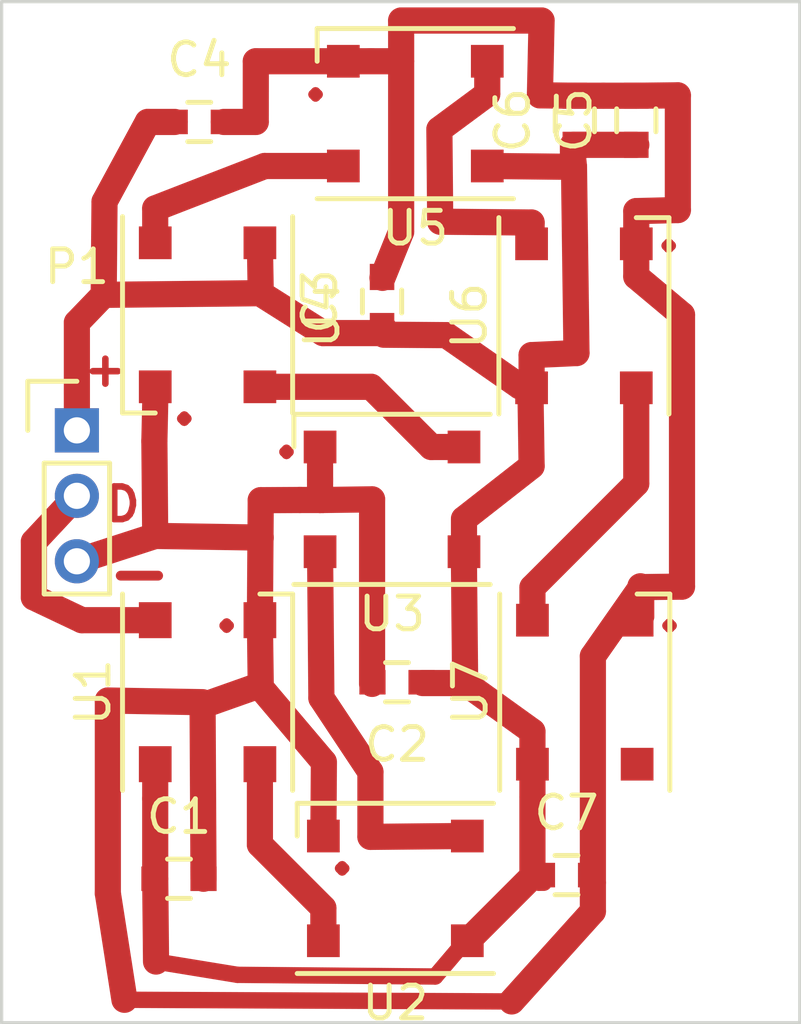
<source format=kicad_pcb>
(kicad_pcb (version 4) (host pcbnew 4.0.4-stable)

  (general
    (links 35)
    (no_connects 0)
    (area 106.998019 92.075856 149.85 131.200001)
    (thickness 1.6)
    (drawings 24)
    (tracks 130)
    (zones 0)
    (modules 15)
    (nets 10)
  )

  (page USLetter)
  (layers
    (0 F.Cu signal)
    (31 B.Cu signal)
    (32 B.Adhes user hide)
    (33 F.Adhes user hide)
    (34 B.Paste user hide)
    (35 F.Paste user hide)
    (36 B.SilkS user hide)
    (37 F.SilkS user hide)
    (38 B.Mask user)
    (39 F.Mask user hide)
    (40 Dwgs.User user hide)
    (41 Cmts.User user hide)
    (42 Eco1.User user hide)
    (43 Eco2.User user hide)
    (44 Edge.Cuts user)
    (45 Margin user hide)
    (46 B.CrtYd user hide)
    (47 F.CrtYd user hide)
    (48 B.Fab user hide)
    (49 F.Fab user hide)
  )

  (setup
    (last_trace_width 0.8)
    (user_trace_width 0.4)
    (user_trace_width 0.5)
    (user_trace_width 0.6)
    (user_trace_width 0.8)
    (trace_clearance 0.2)
    (zone_clearance 0.508)
    (zone_45_only no)
    (trace_min 0.1)
    (segment_width 0.2)
    (edge_width 0.1)
    (via_size 0.6)
    (via_drill 0.4)
    (via_min_size 0.4)
    (via_min_drill 0.3)
    (uvia_size 0.3)
    (uvia_drill 0.1)
    (uvias_allowed no)
    (uvia_min_size 0.2)
    (uvia_min_drill 0.1)
    (pcb_text_width 0.3)
    (pcb_text_size 1.5 1.5)
    (mod_edge_width 0.15)
    (mod_text_size 1 1)
    (mod_text_width 0.15)
    (pad_size 1.524 1.524)
    (pad_drill 0.762)
    (pad_to_mask_clearance 0.2)
    (aux_axis_origin 117.1448 96.52)
    (visible_elements FFFFFF1F)
    (pcbplotparams
      (layerselection 0x00030_80000001)
      (usegerberextensions false)
      (excludeedgelayer true)
      (linewidth 0.100000)
      (plotframeref false)
      (viasonmask false)
      (mode 1)
      (useauxorigin false)
      (hpglpennumber 1)
      (hpglpenspeed 20)
      (hpglpendiameter 15)
      (hpglpenoverlay 2)
      (psnegative false)
      (psa4output false)
      (plotreference true)
      (plotvalue true)
      (plotinvisibletext false)
      (padsonsilk false)
      (subtractmaskfromsilk false)
      (outputformat 1)
      (mirror false)
      (drillshape 1)
      (scaleselection 1)
      (outputdirectory ""))
  )

  (net 0 "")
  (net 1 +5V)
  (net 2 GND)
  (net 3 "Net-(P1-Pad2)")
  (net 4 "Net-(U1-Pad2)")
  (net 5 "Net-(U2-Pad2)")
  (net 6 "Net-(U3-Pad2)")
  (net 7 "Net-(U4-Pad2)")
  (net 8 "Net-(U5-Pad4)")
  (net 9 "Net-(U6-Pad4)")

  (net_class Default "This is the default net class."
    (clearance 0.2)
    (trace_width 0.5)
    (via_dia 0.6)
    (via_drill 0.4)
    (uvia_dia 0.3)
    (uvia_drill 0.1)
    (add_net "Net-(P1-Pad2)")
    (add_net "Net-(U1-Pad2)")
    (add_net "Net-(U2-Pad2)")
    (add_net "Net-(U3-Pad2)")
    (add_net "Net-(U4-Pad2)")
    (add_net "Net-(U5-Pad4)")
    (add_net "Net-(U6-Pad4)")
  )

  (net_class edge ""
    (clearance 0.01)
    (trace_width 0.1)
    (via_dia 0.6)
    (via_drill 0.4)
    (uvia_dia 0.3)
    (uvia_drill 0.1)
  )

  (net_class power ""
    (clearance 0.2)
    (trace_width 0.5)
    (via_dia 0.6)
    (via_drill 0.4)
    (uvia_dia 0.3)
    (uvia_drill 0.1)
    (add_net +5V)
    (add_net GND)
  )

  (module LED_WS2812B-PLCC4-MINI (layer F.Cu) (tedit 585C37E2) (tstamp 585B9641)
    (at 123.495 117.5 90)
    (descr http://www.world-semi.com/uploads/soft/150522/1-150522091P5.pdf)
    (tags "LED NeoPixel2")
    (path /585B6ECB)
    (attr smd)
    (fp_text reference U1 (at 0 -3.5 90) (layer F.SilkS)
      (effects (font (size 1 1) (thickness 0.15)))
    )
    (fp_text value WS2812B (at 0 4 90) (layer F.Fab)
      (effects (font (size 1 1) (thickness 0.15)))
    )
    (fp_line (start 2.85 -2.85) (end -3 -2.85) (layer F.CrtYd) (width 0.05))
    (fp_line (start 2.85 2.85) (end 2.85 -2.85) (layer F.CrtYd) (width 0.05))
    (fp_line (start -3 2.85) (end 2.85 2.85) (layer F.CrtYd) (width 0.05))
    (fp_line (start -2.85 -2.85) (end -2.85 2.85) (layer F.CrtYd) (width 0.05))
    (fp_line (start 2.5 1.5) (end 1.5 2.5) (layer Dwgs.User) (width 0.1))
    (fp_line (start -2.5 -2.5) (end -2.5 2.5) (layer Dwgs.User) (width 0.1))
    (fp_line (start -2.5 2.5) (end 2.5 2.5) (layer Dwgs.User) (width 0.1))
    (fp_line (start 2.5 2.5) (end 2.5 -2.5) (layer Dwgs.User) (width 0.1))
    (fp_line (start 2.5 -2.5) (end -2.5 -2.5) (layer Dwgs.User) (width 0.1))
    (fp_line (start -3 -2.6) (end 3 -2.6) (layer F.SilkS) (width 0.15))
    (fp_line (start -3 2.6) (end 3 2.6) (layer F.SilkS) (width 0.15))
    (fp_line (start 3 2.6) (end 3 1.6) (layer F.SilkS) (width 0.15))
    (fp_circle (center 0 0) (end 0 -2) (layer Dwgs.User) (width 0.1))
    (pad 3 smd rect (at 2.2 1.6 90) (size 1.1 1) (layers F.Cu F.Paste F.Mask)
      (net 2 GND))
    (pad 4 smd rect (at 2.2 -1.6 90) (size 1.1 1) (layers F.Cu F.Paste F.Mask)
      (net 3 "Net-(P1-Pad2)"))
    (pad 2 smd rect (at -2.2 1.6 90) (size 1.1 1) (layers F.Cu F.Paste F.Mask)
      (net 4 "Net-(U1-Pad2)"))
    (pad 1 smd rect (at -2.2 -1.6 90) (size 1.1 1) (layers F.Cu F.Paste F.Mask)
      (net 1 +5V))
    (model LEDs.3dshapes/LED_WS2812B-PLCC4.wrl
      (at (xyz 0 0 0.004))
      (scale (xyz 0.385 0.385 0.385))
      (rotate (xyz 0 0 180))
    )
  )

  (module Capacitors_SMD:C_0603 (layer F.Cu) (tedit 5415D631) (tstamp 585B95BE)
    (at 122.6212 123.2008)
    (descr "Capacitor SMD 0603, reflow soldering, AVX (see smccp.pdf)")
    (tags "capacitor 0603")
    (path /585B77D7)
    (attr smd)
    (fp_text reference C1 (at 0 -1.9) (layer F.SilkS)
      (effects (font (size 1 1) (thickness 0.15)))
    )
    (fp_text value 0.1uf (at 0 1.9) (layer F.Fab)
      (effects (font (size 1 1) (thickness 0.15)))
    )
    (fp_line (start -0.8 0.4) (end -0.8 -0.4) (layer F.Fab) (width 0.15))
    (fp_line (start 0.8 0.4) (end -0.8 0.4) (layer F.Fab) (width 0.15))
    (fp_line (start 0.8 -0.4) (end 0.8 0.4) (layer F.Fab) (width 0.15))
    (fp_line (start -0.8 -0.4) (end 0.8 -0.4) (layer F.Fab) (width 0.15))
    (fp_line (start -1.45 -0.75) (end 1.45 -0.75) (layer F.CrtYd) (width 0.05))
    (fp_line (start -1.45 0.75) (end 1.45 0.75) (layer F.CrtYd) (width 0.05))
    (fp_line (start -1.45 -0.75) (end -1.45 0.75) (layer F.CrtYd) (width 0.05))
    (fp_line (start 1.45 -0.75) (end 1.45 0.75) (layer F.CrtYd) (width 0.05))
    (fp_line (start -0.35 -0.6) (end 0.35 -0.6) (layer F.SilkS) (width 0.15))
    (fp_line (start 0.35 0.6) (end -0.35 0.6) (layer F.SilkS) (width 0.15))
    (pad 1 smd rect (at -0.75 0) (size 0.8 0.75) (layers F.Cu F.Paste F.Mask)
      (net 1 +5V))
    (pad 2 smd rect (at 0.75 0) (size 0.8 0.75) (layers F.Cu F.Paste F.Mask)
      (net 2 GND))
    (model Capacitors_SMD.3dshapes/C_0603.wrl
      (at (xyz 0 0 0))
      (scale (xyz 1 1 1))
      (rotate (xyz 0 0 0))
    )
  )

  (module Capacitors_SMD:C_0603 (layer F.Cu) (tedit 5415D631) (tstamp 585B95CE)
    (at 129.286 117.1956 180)
    (descr "Capacitor SMD 0603, reflow soldering, AVX (see smccp.pdf)")
    (tags "capacitor 0603")
    (path /585B780C)
    (attr smd)
    (fp_text reference C2 (at 0 -1.9 180) (layer F.SilkS)
      (effects (font (size 1 1) (thickness 0.15)))
    )
    (fp_text value 0.1uf (at 0 1.9 180) (layer F.Fab)
      (effects (font (size 1 1) (thickness 0.15)))
    )
    (fp_line (start -0.8 0.4) (end -0.8 -0.4) (layer F.Fab) (width 0.15))
    (fp_line (start 0.8 0.4) (end -0.8 0.4) (layer F.Fab) (width 0.15))
    (fp_line (start 0.8 -0.4) (end 0.8 0.4) (layer F.Fab) (width 0.15))
    (fp_line (start -0.8 -0.4) (end 0.8 -0.4) (layer F.Fab) (width 0.15))
    (fp_line (start -1.45 -0.75) (end 1.45 -0.75) (layer F.CrtYd) (width 0.05))
    (fp_line (start -1.45 0.75) (end 1.45 0.75) (layer F.CrtYd) (width 0.05))
    (fp_line (start -1.45 -0.75) (end -1.45 0.75) (layer F.CrtYd) (width 0.05))
    (fp_line (start 1.45 -0.75) (end 1.45 0.75) (layer F.CrtYd) (width 0.05))
    (fp_line (start -0.35 -0.6) (end 0.35 -0.6) (layer F.SilkS) (width 0.15))
    (fp_line (start 0.35 0.6) (end -0.35 0.6) (layer F.SilkS) (width 0.15))
    (pad 1 smd rect (at -0.75 0 180) (size 0.8 0.75) (layers F.Cu F.Paste F.Mask)
      (net 1 +5V))
    (pad 2 smd rect (at 0.75 0 180) (size 0.8 0.75) (layers F.Cu F.Paste F.Mask)
      (net 2 GND))
    (model Capacitors_SMD.3dshapes/C_0603.wrl
      (at (xyz 0 0 0))
      (scale (xyz 1 1 1))
      (rotate (xyz 0 0 0))
    )
  )

  (module Capacitors_SMD:C_0603 (layer F.Cu) (tedit 5415D631) (tstamp 585B95DE)
    (at 128.8288 105.5624 90)
    (descr "Capacitor SMD 0603, reflow soldering, AVX (see smccp.pdf)")
    (tags "capacitor 0603")
    (path /585B784A)
    (attr smd)
    (fp_text reference C3 (at 0 -1.9 90) (layer F.SilkS)
      (effects (font (size 1 1) (thickness 0.15)))
    )
    (fp_text value 0.1uf (at 0 1.9 90) (layer F.Fab)
      (effects (font (size 1 1) (thickness 0.15)))
    )
    (fp_line (start -0.8 0.4) (end -0.8 -0.4) (layer F.Fab) (width 0.15))
    (fp_line (start 0.8 0.4) (end -0.8 0.4) (layer F.Fab) (width 0.15))
    (fp_line (start 0.8 -0.4) (end 0.8 0.4) (layer F.Fab) (width 0.15))
    (fp_line (start -0.8 -0.4) (end 0.8 -0.4) (layer F.Fab) (width 0.15))
    (fp_line (start -1.45 -0.75) (end 1.45 -0.75) (layer F.CrtYd) (width 0.05))
    (fp_line (start -1.45 0.75) (end 1.45 0.75) (layer F.CrtYd) (width 0.05))
    (fp_line (start -1.45 -0.75) (end -1.45 0.75) (layer F.CrtYd) (width 0.05))
    (fp_line (start 1.45 -0.75) (end 1.45 0.75) (layer F.CrtYd) (width 0.05))
    (fp_line (start -0.35 -0.6) (end 0.35 -0.6) (layer F.SilkS) (width 0.15))
    (fp_line (start 0.35 0.6) (end -0.35 0.6) (layer F.SilkS) (width 0.15))
    (pad 1 smd rect (at -0.75 0 90) (size 0.8 0.75) (layers F.Cu F.Paste F.Mask)
      (net 1 +5V))
    (pad 2 smd rect (at 0.75 0 90) (size 0.8 0.75) (layers F.Cu F.Paste F.Mask)
      (net 2 GND))
    (model Capacitors_SMD.3dshapes/C_0603.wrl
      (at (xyz 0 0 0))
      (scale (xyz 1 1 1))
      (rotate (xyz 0 0 0))
    )
  )

  (module Capacitors_SMD:C_0603 (layer F.Cu) (tedit 5415D631) (tstamp 585B95EE)
    (at 123.241 100.076)
    (descr "Capacitor SMD 0603, reflow soldering, AVX (see smccp.pdf)")
    (tags "capacitor 0603")
    (path /585B794C)
    (attr smd)
    (fp_text reference C4 (at 0 -1.9) (layer F.SilkS)
      (effects (font (size 1 1) (thickness 0.15)))
    )
    (fp_text value 0.1uf (at 0 1.9) (layer F.Fab)
      (effects (font (size 1 1) (thickness 0.15)))
    )
    (fp_line (start -0.8 0.4) (end -0.8 -0.4) (layer F.Fab) (width 0.15))
    (fp_line (start 0.8 0.4) (end -0.8 0.4) (layer F.Fab) (width 0.15))
    (fp_line (start 0.8 -0.4) (end 0.8 0.4) (layer F.Fab) (width 0.15))
    (fp_line (start -0.8 -0.4) (end 0.8 -0.4) (layer F.Fab) (width 0.15))
    (fp_line (start -1.45 -0.75) (end 1.45 -0.75) (layer F.CrtYd) (width 0.05))
    (fp_line (start -1.45 0.75) (end 1.45 0.75) (layer F.CrtYd) (width 0.05))
    (fp_line (start -1.45 -0.75) (end -1.45 0.75) (layer F.CrtYd) (width 0.05))
    (fp_line (start 1.45 -0.75) (end 1.45 0.75) (layer F.CrtYd) (width 0.05))
    (fp_line (start -0.35 -0.6) (end 0.35 -0.6) (layer F.SilkS) (width 0.15))
    (fp_line (start 0.35 0.6) (end -0.35 0.6) (layer F.SilkS) (width 0.15))
    (pad 1 smd rect (at -0.75 0) (size 0.8 0.75) (layers F.Cu F.Paste F.Mask)
      (net 1 +5V))
    (pad 2 smd rect (at 0.75 0) (size 0.8 0.75) (layers F.Cu F.Paste F.Mask)
      (net 2 GND))
    (model Capacitors_SMD.3dshapes/C_0603.wrl
      (at (xyz 0 0 0))
      (scale (xyz 1 1 1))
      (rotate (xyz 0 0 0))
    )
  )

  (module Capacitors_SMD:C_0603 (layer F.Cu) (tedit 5415D631) (tstamp 585B95FE)
    (at 136.601 100.025 90)
    (descr "Capacitor SMD 0603, reflow soldering, AVX (see smccp.pdf)")
    (tags "capacitor 0603")
    (path /585B78CC)
    (attr smd)
    (fp_text reference C5 (at 0 -1.9 90) (layer F.SilkS)
      (effects (font (size 1 1) (thickness 0.15)))
    )
    (fp_text value 0.1uf (at 0 1.9 90) (layer F.Fab)
      (effects (font (size 1 1) (thickness 0.15)))
    )
    (fp_line (start -0.8 0.4) (end -0.8 -0.4) (layer F.Fab) (width 0.15))
    (fp_line (start 0.8 0.4) (end -0.8 0.4) (layer F.Fab) (width 0.15))
    (fp_line (start 0.8 -0.4) (end 0.8 0.4) (layer F.Fab) (width 0.15))
    (fp_line (start -0.8 -0.4) (end 0.8 -0.4) (layer F.Fab) (width 0.15))
    (fp_line (start -1.45 -0.75) (end 1.45 -0.75) (layer F.CrtYd) (width 0.05))
    (fp_line (start -1.45 0.75) (end 1.45 0.75) (layer F.CrtYd) (width 0.05))
    (fp_line (start -1.45 -0.75) (end -1.45 0.75) (layer F.CrtYd) (width 0.05))
    (fp_line (start 1.45 -0.75) (end 1.45 0.75) (layer F.CrtYd) (width 0.05))
    (fp_line (start -0.35 -0.6) (end 0.35 -0.6) (layer F.SilkS) (width 0.15))
    (fp_line (start 0.35 0.6) (end -0.35 0.6) (layer F.SilkS) (width 0.15))
    (pad 1 smd rect (at -0.75 0 90) (size 0.8 0.75) (layers F.Cu F.Paste F.Mask)
      (net 1 +5V))
    (pad 2 smd rect (at 0.75 0 90) (size 0.8 0.75) (layers F.Cu F.Paste F.Mask)
      (net 2 GND))
    (model Capacitors_SMD.3dshapes/C_0603.wrl
      (at (xyz 0 0 0))
      (scale (xyz 1 1 1))
      (rotate (xyz 0 0 0))
    )
  )

  (module Capacitors_SMD:C_0603 (layer F.Cu) (tedit 5415D631) (tstamp 585B960E)
    (at 134.722 100.025 90)
    (descr "Capacitor SMD 0603, reflow soldering, AVX (see smccp.pdf)")
    (tags "capacitor 0603")
    (path /585B790D)
    (attr smd)
    (fp_text reference C6 (at 0 -1.9 90) (layer F.SilkS)
      (effects (font (size 1 1) (thickness 0.15)))
    )
    (fp_text value 0.1uf (at 0 1.9 90) (layer F.Fab)
      (effects (font (size 1 1) (thickness 0.15)))
    )
    (fp_line (start -0.8 0.4) (end -0.8 -0.4) (layer F.Fab) (width 0.15))
    (fp_line (start 0.8 0.4) (end -0.8 0.4) (layer F.Fab) (width 0.15))
    (fp_line (start 0.8 -0.4) (end 0.8 0.4) (layer F.Fab) (width 0.15))
    (fp_line (start -0.8 -0.4) (end 0.8 -0.4) (layer F.Fab) (width 0.15))
    (fp_line (start -1.45 -0.75) (end 1.45 -0.75) (layer F.CrtYd) (width 0.05))
    (fp_line (start -1.45 0.75) (end 1.45 0.75) (layer F.CrtYd) (width 0.05))
    (fp_line (start -1.45 -0.75) (end -1.45 0.75) (layer F.CrtYd) (width 0.05))
    (fp_line (start 1.45 -0.75) (end 1.45 0.75) (layer F.CrtYd) (width 0.05))
    (fp_line (start -0.35 -0.6) (end 0.35 -0.6) (layer F.SilkS) (width 0.15))
    (fp_line (start 0.35 0.6) (end -0.35 0.6) (layer F.SilkS) (width 0.15))
    (pad 1 smd rect (at -0.75 0 90) (size 0.8 0.75) (layers F.Cu F.Paste F.Mask)
      (net 1 +5V))
    (pad 2 smd rect (at 0.75 0 90) (size 0.8 0.75) (layers F.Cu F.Paste F.Mask)
      (net 2 GND))
    (model Capacitors_SMD.3dshapes/C_0603.wrl
      (at (xyz 0 0 0))
      (scale (xyz 1 1 1))
      (rotate (xyz 0 0 0))
    )
  )

  (module Capacitors_SMD:C_0603 (layer F.Cu) (tedit 5415D631) (tstamp 585B961E)
    (at 134.4676 123.0884)
    (descr "Capacitor SMD 0603, reflow soldering, AVX (see smccp.pdf)")
    (tags "capacitor 0603")
    (path /585B788B)
    (attr smd)
    (fp_text reference C7 (at 0 -1.9) (layer F.SilkS)
      (effects (font (size 1 1) (thickness 0.15)))
    )
    (fp_text value 0.1uf (at 0 1.9) (layer F.Fab)
      (effects (font (size 1 1) (thickness 0.15)))
    )
    (fp_line (start -0.8 0.4) (end -0.8 -0.4) (layer F.Fab) (width 0.15))
    (fp_line (start 0.8 0.4) (end -0.8 0.4) (layer F.Fab) (width 0.15))
    (fp_line (start 0.8 -0.4) (end 0.8 0.4) (layer F.Fab) (width 0.15))
    (fp_line (start -0.8 -0.4) (end 0.8 -0.4) (layer F.Fab) (width 0.15))
    (fp_line (start -1.45 -0.75) (end 1.45 -0.75) (layer F.CrtYd) (width 0.05))
    (fp_line (start -1.45 0.75) (end 1.45 0.75) (layer F.CrtYd) (width 0.05))
    (fp_line (start -1.45 -0.75) (end -1.45 0.75) (layer F.CrtYd) (width 0.05))
    (fp_line (start 1.45 -0.75) (end 1.45 0.75) (layer F.CrtYd) (width 0.05))
    (fp_line (start -0.35 -0.6) (end 0.35 -0.6) (layer F.SilkS) (width 0.15))
    (fp_line (start 0.35 0.6) (end -0.35 0.6) (layer F.SilkS) (width 0.15))
    (pad 1 smd rect (at -0.75 0) (size 0.8 0.75) (layers F.Cu F.Paste F.Mask)
      (net 1 +5V))
    (pad 2 smd rect (at 0.75 0) (size 0.8 0.75) (layers F.Cu F.Paste F.Mask)
      (net 2 GND))
    (model Capacitors_SMD.3dshapes/C_0603.wrl
      (at (xyz 0 0 0))
      (scale (xyz 1 1 1))
      (rotate (xyz 0 0 0))
    )
  )

  (module Pin_Headers:Pin_Header_Straight_1x03_Pitch2.00mm (layer F.Cu) (tedit 56FA75DA) (tstamp 585B9625)
    (at 119.5 109.5)
    (descr "Through hole pin header, 1x03, 2.00mm pitch, single row")
    (tags "pin header single row")
    (path /585B90E0)
    (fp_text reference P1 (at 0 -5) (layer F.SilkS)
      (effects (font (size 1 1) (thickness 0.15)))
    )
    (fp_text value CONN_01X03 (at 0 -3) (layer F.Fab)
      (effects (font (size 1 1) (thickness 0.15)))
    )
    (fp_line (start -1 1) (end 1 1) (layer F.SilkS) (width 0.15))
    (fp_line (start 1 1) (end 1 5) (layer F.SilkS) (width 0.15))
    (fp_line (start 1 5) (end -1 5) (layer F.SilkS) (width 0.15))
    (fp_line (start -1 5) (end -1 1) (layer F.SilkS) (width 0.15))
    (fp_line (start -1.6 -1.6) (end 1.6 -1.6) (layer F.CrtYd) (width 0.05))
    (fp_line (start 1.6 -1.6) (end 1.6 5.6) (layer F.CrtYd) (width 0.05))
    (fp_line (start 1.6 5.6) (end -1.6 5.6) (layer F.CrtYd) (width 0.05))
    (fp_line (start -1.6 5.6) (end -1.6 -1.6) (layer F.CrtYd) (width 0.05))
    (fp_line (start -1.5 0) (end -1.5 -1.5) (layer F.SilkS) (width 0.15))
    (fp_line (start -1.5 -1.5) (end 0 -1.5) (layer F.SilkS) (width 0.15))
    (pad 1 thru_hole rect (at 0 0) (size 1.35 1.35) (drill 0.8) (layers *.Cu *.Mask)
      (net 1 +5V))
    (pad 2 thru_hole circle (at 0 2) (size 1.35 1.35) (drill 0.8) (layers *.Cu *.Mask)
      (net 3 "Net-(P1-Pad2)"))
    (pad 3 thru_hole circle (at 0 4) (size 1.35 1.35) (drill 0.8) (layers *.Cu *.Mask)
      (net 2 GND))
    (model Pin_Headers.3dshapes/Pin_Header_Straight_1x03_Pitch2.00mm.wrl
      (at (xyz 0 0 0))
      (scale (xyz 1 1 1))
      (rotate (xyz 0 0 0))
    )
  )

  (module 7SegmentComponents:LED_WS2812B-PLCC4-MINI (layer F.Cu) (tedit 585B912D) (tstamp 585B9656)
    (at 129.235 123.495 180)
    (descr http://www.world-semi.com/uploads/soft/150522/1-150522091P5.pdf)
    (tags "LED NeoPixel2")
    (path /585B5479)
    (attr smd)
    (fp_text reference U2 (at 0 -3.5 180) (layer F.SilkS)
      (effects (font (size 1 1) (thickness 0.15)))
    )
    (fp_text value WS2812B (at 0 4 180) (layer F.Fab)
      (effects (font (size 1 1) (thickness 0.15)))
    )
    (fp_line (start 2.85 -2.85) (end -3 -2.85) (layer F.CrtYd) (width 0.05))
    (fp_line (start 2.85 2.85) (end 2.85 -2.85) (layer F.CrtYd) (width 0.05))
    (fp_line (start -3 2.85) (end 2.85 2.85) (layer F.CrtYd) (width 0.05))
    (fp_line (start -2.85 -2.85) (end -2.85 2.85) (layer F.CrtYd) (width 0.05))
    (fp_line (start 2.5 1.5) (end 1.5 2.5) (layer Dwgs.User) (width 0.1))
    (fp_line (start -2.5 -2.5) (end -2.5 2.5) (layer Dwgs.User) (width 0.1))
    (fp_line (start -2.5 2.5) (end 2.5 2.5) (layer Dwgs.User) (width 0.1))
    (fp_line (start 2.5 2.5) (end 2.5 -2.5) (layer Dwgs.User) (width 0.1))
    (fp_line (start 2.5 -2.5) (end -2.5 -2.5) (layer Dwgs.User) (width 0.1))
    (fp_line (start -3 -2.6) (end 3 -2.6) (layer F.SilkS) (width 0.15))
    (fp_line (start -3 2.6) (end 3 2.6) (layer F.SilkS) (width 0.15))
    (fp_line (start 3 2.6) (end 3 1.6) (layer F.SilkS) (width 0.15))
    (fp_circle (center 0 0) (end 0 -2) (layer Dwgs.User) (width 0.1))
    (pad 3 smd rect (at 2.2 1.6 180) (size 1 1) (layers F.Cu F.Paste F.Mask)
      (net 2 GND))
    (pad 4 smd rect (at 2.2 -1.6 180) (size 1 1) (layers F.Cu F.Paste F.Mask)
      (net 4 "Net-(U1-Pad2)"))
    (pad 2 smd rect (at -2.2 1.6 180) (size 1 1) (layers F.Cu F.Paste F.Mask)
      (net 5 "Net-(U2-Pad2)"))
    (pad 1 smd rect (at -2.2 -1.6 180) (size 1 1) (layers F.Cu F.Paste F.Mask)
      (net 1 +5V))
    (model LEDs.3dshapes/LED_WS2812B-PLCC4.wrl
      (at (xyz 0 0 0.004))
      (scale (xyz 0.385 0.385 0.385))
      (rotate (xyz 0 0 180))
    )
  )

  (module 7SegmentComponents:LED_WS2812B-PLCC4-MINI (layer F.Cu) (tedit 585B912D) (tstamp 585B966B)
    (at 129.134 111.608 180)
    (descr http://www.world-semi.com/uploads/soft/150522/1-150522091P5.pdf)
    (tags "LED NeoPixel2")
    (path /585B6EF6)
    (attr smd)
    (fp_text reference U3 (at 0 -3.5 180) (layer F.SilkS)
      (effects (font (size 1 1) (thickness 0.15)))
    )
    (fp_text value WS2812B (at 0 4 180) (layer F.Fab)
      (effects (font (size 1 1) (thickness 0.15)))
    )
    (fp_line (start 2.85 -2.85) (end -3 -2.85) (layer F.CrtYd) (width 0.05))
    (fp_line (start 2.85 2.85) (end 2.85 -2.85) (layer F.CrtYd) (width 0.05))
    (fp_line (start -3 2.85) (end 2.85 2.85) (layer F.CrtYd) (width 0.05))
    (fp_line (start -2.85 -2.85) (end -2.85 2.85) (layer F.CrtYd) (width 0.05))
    (fp_line (start 2.5 1.5) (end 1.5 2.5) (layer Dwgs.User) (width 0.1))
    (fp_line (start -2.5 -2.5) (end -2.5 2.5) (layer Dwgs.User) (width 0.1))
    (fp_line (start -2.5 2.5) (end 2.5 2.5) (layer Dwgs.User) (width 0.1))
    (fp_line (start 2.5 2.5) (end 2.5 -2.5) (layer Dwgs.User) (width 0.1))
    (fp_line (start 2.5 -2.5) (end -2.5 -2.5) (layer Dwgs.User) (width 0.1))
    (fp_line (start -3 -2.6) (end 3 -2.6) (layer F.SilkS) (width 0.15))
    (fp_line (start -3 2.6) (end 3 2.6) (layer F.SilkS) (width 0.15))
    (fp_line (start 3 2.6) (end 3 1.6) (layer F.SilkS) (width 0.15))
    (fp_circle (center 0 0) (end 0 -2) (layer Dwgs.User) (width 0.1))
    (pad 3 smd rect (at 2.2 1.6 180) (size 1 1) (layers F.Cu F.Paste F.Mask)
      (net 2 GND))
    (pad 4 smd rect (at 2.2 -1.6 180) (size 1 1) (layers F.Cu F.Paste F.Mask)
      (net 5 "Net-(U2-Pad2)"))
    (pad 2 smd rect (at -2.2 1.6 180) (size 1 1) (layers F.Cu F.Paste F.Mask)
      (net 6 "Net-(U3-Pad2)"))
    (pad 1 smd rect (at -2.2 -1.6 180) (size 1 1) (layers F.Cu F.Paste F.Mask)
      (net 1 +5V))
    (model LEDs.3dshapes/LED_WS2812B-PLCC4.wrl
      (at (xyz 0 0 0.004))
      (scale (xyz 0.385 0.385 0.385))
      (rotate (xyz 0 0 180))
    )
  )

  (module 7SegmentComponents:LED_WS2812B-PLCC4-MINI (layer F.Cu) (tedit 585B912D) (tstamp 585B9680)
    (at 123.495 105.969 270)
    (descr http://www.world-semi.com/uploads/soft/150522/1-150522091P5.pdf)
    (tags "LED NeoPixel2")
    (path /585B6F9E)
    (attr smd)
    (fp_text reference U4 (at 0 -3.5 270) (layer F.SilkS)
      (effects (font (size 1 1) (thickness 0.15)))
    )
    (fp_text value WS2812B (at 0 4 270) (layer F.Fab)
      (effects (font (size 1 1) (thickness 0.15)))
    )
    (fp_line (start 2.85 -2.85) (end -3 -2.85) (layer F.CrtYd) (width 0.05))
    (fp_line (start 2.85 2.85) (end 2.85 -2.85) (layer F.CrtYd) (width 0.05))
    (fp_line (start -3 2.85) (end 2.85 2.85) (layer F.CrtYd) (width 0.05))
    (fp_line (start -2.85 -2.85) (end -2.85 2.85) (layer F.CrtYd) (width 0.05))
    (fp_line (start 2.5 1.5) (end 1.5 2.5) (layer Dwgs.User) (width 0.1))
    (fp_line (start -2.5 -2.5) (end -2.5 2.5) (layer Dwgs.User) (width 0.1))
    (fp_line (start -2.5 2.5) (end 2.5 2.5) (layer Dwgs.User) (width 0.1))
    (fp_line (start 2.5 2.5) (end 2.5 -2.5) (layer Dwgs.User) (width 0.1))
    (fp_line (start 2.5 -2.5) (end -2.5 -2.5) (layer Dwgs.User) (width 0.1))
    (fp_line (start -3 -2.6) (end 3 -2.6) (layer F.SilkS) (width 0.15))
    (fp_line (start -3 2.6) (end 3 2.6) (layer F.SilkS) (width 0.15))
    (fp_line (start 3 2.6) (end 3 1.6) (layer F.SilkS) (width 0.15))
    (fp_circle (center 0 0) (end 0 -2) (layer Dwgs.User) (width 0.1))
    (pad 3 smd rect (at 2.2 1.6 270) (size 1 1) (layers F.Cu F.Paste F.Mask)
      (net 2 GND))
    (pad 4 smd rect (at 2.2 -1.6 270) (size 1 1) (layers F.Cu F.Paste F.Mask)
      (net 6 "Net-(U3-Pad2)"))
    (pad 2 smd rect (at -2.2 1.6 270) (size 1 1) (layers F.Cu F.Paste F.Mask)
      (net 7 "Net-(U4-Pad2)"))
    (pad 1 smd rect (at -2.2 -1.6 270) (size 1 1) (layers F.Cu F.Paste F.Mask)
      (net 1 +5V))
    (model LEDs.3dshapes/LED_WS2812B-PLCC4.wrl
      (at (xyz 0 0 0.004))
      (scale (xyz 0.385 0.385 0.385))
      (rotate (xyz 0 0 180))
    )
  )

  (module 7SegmentComponents:LED_WS2812B-PLCC4-MINI (layer F.Cu) (tedit 585EC238) (tstamp 585B9695)
    (at 135.026 117.5 90)
    (descr http://www.world-semi.com/uploads/soft/150522/1-150522091P5.pdf)
    (tags "LED NeoPixel2")
    (path /585B6FDC)
    (attr smd)
    (fp_text reference U7 (at 0 -3.5 90) (layer F.SilkS)
      (effects (font (size 1 1) (thickness 0.15)))
    )
    (fp_text value WS2812B (at 0 4 90) (layer F.Fab)
      (effects (font (size 1 1) (thickness 0.15)))
    )
    (fp_line (start 2.85 -2.85) (end -3 -2.85) (layer F.CrtYd) (width 0.05))
    (fp_line (start 2.85 2.85) (end 2.85 -2.85) (layer F.CrtYd) (width 0.05))
    (fp_line (start -3 2.85) (end 2.85 2.85) (layer F.CrtYd) (width 0.05))
    (fp_line (start -2.85 -2.85) (end -2.85 2.85) (layer F.CrtYd) (width 0.05))
    (fp_line (start 2.5 1.5) (end 1.5 2.5) (layer Dwgs.User) (width 0.1))
    (fp_line (start -2.5 -2.5) (end -2.5 2.5) (layer Dwgs.User) (width 0.1))
    (fp_line (start -2.5 2.5) (end 2.5 2.5) (layer Dwgs.User) (width 0.1))
    (fp_line (start 2.5 2.5) (end 2.5 -2.5) (layer Dwgs.User) (width 0.1))
    (fp_line (start 2.5 -2.5) (end -2.5 -2.5) (layer Dwgs.User) (width 0.1))
    (fp_line (start -3 -2.6) (end 3 -2.6) (layer F.SilkS) (width 0.15))
    (fp_line (start -3 2.6) (end 3 2.6) (layer F.SilkS) (width 0.15))
    (fp_line (start 3 2.6) (end 3 1.6) (layer F.SilkS) (width 0.15))
    (fp_circle (center 0 0) (end 0 -2) (layer Dwgs.User) (width 0.1))
    (pad 3 smd rect (at 2.2 1.6 90) (size 1 1) (layers F.Cu F.Paste F.Mask)
      (net 2 GND))
    (pad 4 smd rect (at 2.2 -1.6 90) (size 1 1) (layers F.Cu F.Paste F.Mask)
      (net 8 "Net-(U5-Pad4)"))
    (pad 2 smd rect (at -2.2 1.6 90) (size 1 1) (layers F.Cu F.Paste F.Mask))
    (pad 1 smd rect (at -2.2 -1.6 90) (size 1 1) (layers F.Cu F.Paste F.Mask)
      (net 1 +5V))
    (model LEDs.3dshapes/LED_WS2812B-PLCC4.wrl
      (at (xyz 0 0 0.004))
      (scale (xyz 0.385 0.385 0.385))
      (rotate (xyz 0 0 180))
    )
  )

  (module 7SegmentComponents:LED_WS2812B-PLCC4-MINI (layer F.Cu) (tedit 585EC285) (tstamp 585B96AA)
    (at 135 106 90)
    (descr http://www.world-semi.com/uploads/soft/150522/1-150522091P5.pdf)
    (tags "LED NeoPixel2")
    (path /585B7012)
    (attr smd)
    (fp_text reference U6 (at 0 -3.5 90) (layer F.SilkS)
      (effects (font (size 1 1) (thickness 0.15)))
    )
    (fp_text value WS2812B (at 0 4 90) (layer F.Fab)
      (effects (font (size 1 1) (thickness 0.15)))
    )
    (fp_line (start 2.85 -2.85) (end -3 -2.85) (layer F.CrtYd) (width 0.05))
    (fp_line (start 2.85 2.85) (end 2.85 -2.85) (layer F.CrtYd) (width 0.05))
    (fp_line (start -3 2.85) (end 2.85 2.85) (layer F.CrtYd) (width 0.05))
    (fp_line (start -2.85 -2.85) (end -2.85 2.85) (layer F.CrtYd) (width 0.05))
    (fp_line (start 2.5 1.5) (end 1.5 2.5) (layer Dwgs.User) (width 0.1))
    (fp_line (start -2.5 -2.5) (end -2.5 2.5) (layer Dwgs.User) (width 0.1))
    (fp_line (start -2.5 2.5) (end 2.5 2.5) (layer Dwgs.User) (width 0.1))
    (fp_line (start 2.5 2.5) (end 2.5 -2.5) (layer Dwgs.User) (width 0.1))
    (fp_line (start 2.5 -2.5) (end -2.5 -2.5) (layer Dwgs.User) (width 0.1))
    (fp_line (start -3 -2.6) (end 3 -2.6) (layer F.SilkS) (width 0.15))
    (fp_line (start -3 2.6) (end 3 2.6) (layer F.SilkS) (width 0.15))
    (fp_line (start 3 2.6) (end 3 1.6) (layer F.SilkS) (width 0.15))
    (fp_circle (center 0 0) (end 0 -2) (layer Dwgs.User) (width 0.1))
    (pad 3 smd rect (at 2.2 1.6 90) (size 1 1) (layers F.Cu F.Paste F.Mask)
      (net 2 GND))
    (pad 4 smd rect (at 2.2 -1.6 90) (size 1 1) (layers F.Cu F.Paste F.Mask)
      (net 9 "Net-(U6-Pad4)"))
    (pad 2 smd rect (at -2.2 1.6 90) (size 1 1) (layers F.Cu F.Paste F.Mask)
      (net 8 "Net-(U5-Pad4)"))
    (pad 1 smd rect (at -2.2 -1.6 90) (size 1 1) (layers F.Cu F.Paste F.Mask)
      (net 1 +5V))
    (model LEDs.3dshapes/LED_WS2812B-PLCC4.wrl
      (at (xyz 0 0 0.004))
      (scale (xyz 0.385 0.385 0.385))
      (rotate (xyz 0 0 180))
    )
  )

  (module 7SegmentComponents:LED_WS2812B-PLCC4-MINI (layer F.Cu) (tedit 585EC240) (tstamp 585B96BF)
    (at 129.845 99.822 180)
    (descr http://www.world-semi.com/uploads/soft/150522/1-150522091P5.pdf)
    (tags "LED NeoPixel2")
    (path /585B704E)
    (attr smd)
    (fp_text reference U5 (at 0 -3.5 180) (layer F.SilkS)
      (effects (font (size 1 1) (thickness 0.15)))
    )
    (fp_text value WS2812B (at 0 4 180) (layer F.Fab)
      (effects (font (size 1 1) (thickness 0.15)))
    )
    (fp_line (start 2.85 -2.85) (end -3 -2.85) (layer F.CrtYd) (width 0.05))
    (fp_line (start 2.85 2.85) (end 2.85 -2.85) (layer F.CrtYd) (width 0.05))
    (fp_line (start -3 2.85) (end 2.85 2.85) (layer F.CrtYd) (width 0.05))
    (fp_line (start -2.85 -2.85) (end -2.85 2.85) (layer F.CrtYd) (width 0.05))
    (fp_line (start 2.5 1.5) (end 1.5 2.5) (layer Dwgs.User) (width 0.1))
    (fp_line (start -2.5 -2.5) (end -2.5 2.5) (layer Dwgs.User) (width 0.1))
    (fp_line (start -2.5 2.5) (end 2.5 2.5) (layer Dwgs.User) (width 0.1))
    (fp_line (start 2.5 2.5) (end 2.5 -2.5) (layer Dwgs.User) (width 0.1))
    (fp_line (start 2.5 -2.5) (end -2.5 -2.5) (layer Dwgs.User) (width 0.1))
    (fp_line (start -3 -2.6) (end 3 -2.6) (layer F.SilkS) (width 0.15))
    (fp_line (start -3 2.6) (end 3 2.6) (layer F.SilkS) (width 0.15))
    (fp_line (start 3 2.6) (end 3 1.6) (layer F.SilkS) (width 0.15))
    (fp_circle (center 0 0) (end 0 -2) (layer Dwgs.User) (width 0.1))
    (pad 3 smd rect (at 2.2 1.6 180) (size 1 1) (layers F.Cu F.Paste F.Mask)
      (net 2 GND))
    (pad 4 smd rect (at 2.2 -1.6 180) (size 1 1) (layers F.Cu F.Paste F.Mask)
      (net 7 "Net-(U4-Pad2)"))
    (pad 2 smd rect (at -2.2 1.6 180) (size 1 1) (layers F.Cu F.Paste F.Mask)
      (net 9 "Net-(U6-Pad4)"))
    (pad 1 smd rect (at -2.2 -1.6 180) (size 1 1) (layers F.Cu F.Paste F.Mask)
      (net 1 +5V))
    (model LEDs.3dshapes/LED_WS2812B-PLCC4.wrl
      (at (xyz 0 0 0.004))
      (scale (xyz 0.385 0.385 0.385))
      (rotate (xyz 0 0 180))
    )
  )

  (gr_text . (at 137.6172 114.8588) (layer F.Cu)
    (effects (font (size 1.5 1.5) (thickness 0.3)))
  )
  (gr_text . (at 127.6096 122.2756) (layer F.Cu)
    (effects (font (size 1.5 1.5) (thickness 0.3)))
  )
  (gr_text . (at 124.079 114.8588) (layer F.Cu)
    (effects (font (size 1.5 1.5) (thickness 0.3)))
  )
  (gr_text . (at 126.7968 98.6282) (layer F.Cu)
    (effects (font (size 1.5 1.5) (thickness 0.3)))
  )
  (gr_text . (at 137.5918 103.251) (layer F.Cu)
    (effects (font (size 1.5 1.5) (thickness 0.3)))
  )
  (gr_text . (at 125.9078 109.5502) (layer F.Cu)
    (effects (font (size 1.5 1.5) (thickness 0.3)))
  )
  (gr_text . (at 122.7836 108.5342) (layer F.Cu)
    (effects (font (size 1.5 1.5) (thickness 0.3)))
  )
  (gr_line (start 117.2 96.4) (end 141.6 96.4) (angle 90) (layer Edge.Cuts) (width 0.1))
  (gr_line (start 117.2 127.6) (end 117.2 96.4) (angle 90) (layer Edge.Cuts) (width 0.1))
  (gr_line (start 141.6 127.6) (end 117.2 127.6) (angle 90) (layer Edge.Cuts) (width 0.1))
  (gr_line (start 141.6 96.4) (end 141.6 127.6) (angle 90) (layer Edge.Cuts) (width 0.1))
  (gr_text D (at 120.904 111.76) (layer F.Cu)
    (effects (font (size 1 1) (thickness 0.2)))
  )
  (gr_text + (at 120.3706 107.6198) (layer F.Cu)
    (effects (font (size 1 1) (thickness 0.2)))
  )
  (gr_text - (at 121.412 114.046 180) (layer F.Cu)
    (effects (font (size 1.5 1.5) (thickness 0.3)))
  )
  (dimension 12 (width 0.3) (layer F.Mask)
    (gr_text "12.000 mm" (at 143.35 120.5 90) (layer F.Mask)
      (effects (font (size 1.5 1.5) (thickness 0.3)))
    )
    (feature1 (pts (xy 138.5 114.5) (xy 144.7 114.5)))
    (feature2 (pts (xy 138.5 126.5) (xy 144.7 126.5)))
    (crossbar (pts (xy 142 126.5) (xy 142 114.5)))
    (arrow1a (pts (xy 142 114.5) (xy 142.586421 115.626504)))
    (arrow1b (pts (xy 142 114.5) (xy 141.413579 115.626504)))
    (arrow2a (pts (xy 142 126.5) (xy 142.586421 125.373496)))
    (arrow2b (pts (xy 142 126.5) (xy 141.413579 125.373496)))
  )
  (dimension 6 (width 0.3) (layer F.Mask)
    (gr_text "6.000 mm" (at 123.5 129.85) (layer F.Mask)
      (effects (font (size 1.5 1.5) (thickness 0.3)))
    )
    (feature1 (pts (xy 126.5 120) (xy 126.5 131.2)))
    (feature2 (pts (xy 120.5 120) (xy 120.5 131.2)))
    (crossbar (pts (xy 120.5 128.5) (xy 126.5 128.5)))
    (arrow1a (pts (xy 126.5 128.5) (xy 125.373496 129.086421)))
    (arrow1b (pts (xy 126.5 128.5) (xy 125.373496 127.913579)))
    (arrow2a (pts (xy 120.5 128.5) (xy 121.626504 129.086421)))
    (arrow2b (pts (xy 120.5 128.5) (xy 121.626504 127.913579)))
  )
  (dimension 16.5 (width 0.3) (layer F.Mask)
    (gr_text "16.500 mm" (at 142.35 105.75 270) (layer F.Mask)
      (effects (font (size 1.5 1.5) (thickness 0.3)))
    )
    (feature1 (pts (xy 138 114) (xy 143.7 114)))
    (feature2 (pts (xy 138 97.5) (xy 143.7 97.5)))
    (crossbar (pts (xy 141 97.5) (xy 141 114)))
    (arrow1a (pts (xy 141 114) (xy 140.413579 112.873496)))
    (arrow1b (pts (xy 141 114) (xy 141.586421 112.873496)))
    (arrow2a (pts (xy 141 97.5) (xy 140.413579 98.626504)))
    (arrow2b (pts (xy 141 97.5) (xy 141.586421 98.626504)))
  )
  (dimension 11.5 (width 0.3) (layer F.Mask)
    (gr_text "11.500 mm" (at 116.65 103.25 270) (layer F.Mask)
      (effects (font (size 1.5 1.5) (thickness 0.3)))
    )
    (feature1 (pts (xy 120.5 109) (xy 115.3 109)))
    (feature2 (pts (xy 120.5 97.5) (xy 115.3 97.5)))
    (crossbar (pts (xy 118 97.5) (xy 118 109)))
    (arrow1a (pts (xy 118 109) (xy 117.413579 107.873496)))
    (arrow1b (pts (xy 118 109) (xy 118.586421 107.873496)))
    (arrow2a (pts (xy 118 97.5) (xy 117.413579 98.626504)))
    (arrow2b (pts (xy 118 97.5) (xy 118.586421 98.626504)))
  )
  (gr_line (start 120.5 126.5) (end 120.5 97.5) (angle 90) (layer Dwgs.User) (width 0.2))
  (gr_line (start 138 126.5) (end 120.5 126.5) (angle 90) (layer Dwgs.User) (width 0.2))
  (gr_line (start 138 97.5) (end 138 126.5) (angle 90) (layer Dwgs.User) (width 0.2))
  (gr_line (start 120.5 97.5) (end 138 97.5) (angle 90) (layer Dwgs.User) (width 0.2))
  (dimension 29.200171 (width 0.3) (layer F.Mask)
    (gr_text "29.200 mm" (at 113.498018 112.076534 89.80378234) (layer F.Mask)
      (effects (font (size 1.5 1.5) (thickness 0.3)))
    )
    (feature1 (pts (xy 120.3 126.7) (xy 112.098026 126.671911)))
    (feature2 (pts (xy 120.4 97.5) (xy 112.198026 97.471911)))
    (crossbar (pts (xy 114.89801 97.481158) (xy 114.79801 126.681158)))
    (arrow1a (pts (xy 114.79801 126.681158) (xy 114.215451 125.552653)))
    (arrow1b (pts (xy 114.79801 126.681158) (xy 115.388285 125.556669)))
    (arrow2a (pts (xy 114.89801 97.481158) (xy 114.307735 98.605647)))
    (arrow2b (pts (xy 114.89801 97.481158) (xy 115.480569 98.609663)))
  )
  (dimension 17.300289 (width 0.3) (layer F.Mask)
    (gr_text "17.300 mm" (at 129.172972 93.475833 359.6688142) (layer F.Mask)
      (effects (font (size 1.5 1.5) (thickness 0.3)))
    )
    (feature1 (pts (xy 137.8 97.5) (xy 137.830776 92.175856)))
    (feature2 (pts (xy 120.5 97.4) (xy 120.530776 92.075856)))
    (crossbar (pts (xy 120.515169 94.775811) (xy 137.815169 94.875811)))
    (arrow1a (pts (xy 137.815169 94.875811) (xy 136.685294 95.45571)))
    (arrow1b (pts (xy 137.815169 94.875811) (xy 136.692074 94.282889)))
    (arrow2a (pts (xy 120.515169 94.775811) (xy 121.638264 95.368733)))
    (arrow2b (pts (xy 120.515169 94.775811) (xy 121.645044 94.195912)))
  )

  (segment (start 133.4 108.2) (end 133.4 107.2) (width 0.8) (layer F.Cu) (net 1))
  (segment (start 133.4 108.2) (end 133.3754 108.1532) (width 0.8) (layer F.Cu) (net 1))
  (segment (start 133.3754 108.1532) (end 133.363 108.1532) (width 0.8) (layer F.Cu) (net 1))
  (segment (start 133.363 108.1532) (end 133.0374 108.1532) (width 0.8) (layer F.Cu) (net 1))
  (segment (start 128.8796 106.3772) (end 128.8796 106.5276) (width 0.8) (layer F.Cu) (net 1))
  (segment (start 128.8796 106.5276) (end 128.8796 106.5772) (width 0.5) (layer F.Cu) (net 1))
  (segment (start 134.7724 107.1372) (end 133.4 107.2) (width 0.8) (layer F.Cu) (net 1))
  (segment (start 133.0374 108.1532) (end 130.79 106.59) (width 0.8) (layer F.Cu) (net 1))
  (segment (start 133.363 108.1532) (end 133.4008 110.5916) (width 0.8) (layer F.Cu) (net 1))
  (segment (start 134.722 100.775) (end 134.664 100.775) (width 0.5) (layer F.Cu) (net 1))
  (segment (start 136.601 100.775) (end 134.722 100.775) (width 0.8) (layer F.Cu) (net 1))
  (segment (start 133.4008 110.5916) (end 131.334 112.208) (width 0.8) (layer F.Cu) (net 1))
  (segment (start 131.334 113.208) (end 131.334 112.208) (width 0.8) (layer F.Cu) (net 1))
  (segment (start 131.334 113.208) (end 131.334 113.708) (width 0.5) (layer F.Cu) (net 1))
  (segment (start 133.426 119.7) (end 133.426 118.7) (width 0.8) (layer F.Cu) (net 1))
  (segment (start 131.334 113.708) (end 131.3688 117.221) (width 0.8) (layer F.Cu) (net 1))
  (segment (start 131.3688 117.221) (end 133.426 118.7) (width 0.8) (layer F.Cu) (net 1))
  (segment (start 130.0734 117.221) (end 131.3688 117.221) (width 0.8) (layer F.Cu) (net 1))
  (segment (start 134.6962 101.4476) (end 134.7724 107.1372) (width 0.8) (layer F.Cu) (net 1))
  (segment (start 132.045 101.422) (end 134.6962 101.4476) (width 0.8) (layer F.Cu) (net 1))
  (segment (start 134.664 101.1208) (end 134.664 100.775) (width 0.8) (layer F.Cu) (net 1))
  (segment (start 134.6962 101.4476) (end 134.664 101.1208) (width 0.8) (layer F.Cu) (net 1))
  (segment (start 125.095 103.769) (end 125.095 103.7844) (width 0.5) (layer F.Cu) (net 1))
  (segment (start 119.5 109.5) (end 119.5 108.325) (width 0.8) (layer F.Cu) (net 1))
  (segment (start 122.491 100.076) (end 121.666 100.076) (width 0.8) (layer F.Cu) (net 1))
  (segment (start 120.3452 102.5144) (end 121.666 100.076) (width 0.8) (layer F.Cu) (net 1))
  (segment (start 120.3198 105.3592) (end 120.3452 102.5144) (width 0.8) (layer F.Cu) (net 1))
  (segment (start 125.1204 105.3084) (end 120.3198 105.3592) (width 0.8) (layer F.Cu) (net 1))
  (segment (start 125.095 103.7844) (end 125.1204 105.3084) (width 0.8) (layer F.Cu) (net 1))
  (segment (start 119.5 106.2098) (end 119.5 108.325) (width 0.8) (layer F.Cu) (net 1))
  (segment (start 120.3198 105.3592) (end 119.5 106.2098) (width 0.8) (layer F.Cu) (net 1))
  (segment (start 127.0254 106.5276) (end 125.095 105.3084) (width 0.8) (layer F.Cu) (net 1))
  (segment (start 133.426 119.7) (end 133.426 120.7) (width 0.8) (layer F.Cu) (net 1))
  (segment (start 131.435 125.095) (end 131.435 125.0325) (width 0.5) (layer F.Cu) (net 1))
  (segment (start 131.435 125.0325) (end 131.435 124.9701) (width 0.5) (layer F.Cu) (net 1))
  (segment (start 124.4092 126.1364) (end 121.92 125.73) (width 0.5) (layer F.Cu) (net 1))
  (segment (start 130.4544 126.1872) (end 124.4092 126.1364) (width 0.5) (layer F.Cu) (net 1))
  (segment (start 131.435 125.0325) (end 130.4544 126.1872) (width 0.5) (layer F.Cu) (net 1))
  (segment (start 121.895 119.7) (end 121.895 120.75) (width 0.8) (layer F.Cu) (net 1))
  (segment (start 121.92 125.73) (end 121.895 123.2008) (width 0.8) (layer F.Cu) (net 1))
  (segment (start 121.895 123.2008) (end 121.895 120.75) (width 0.8) (layer F.Cu) (net 1))
  (segment (start 121.895 123.2008) (end 121.8712 123.2008) (width 0.5) (layer F.Cu) (net 1))
  (segment (start 133.426 120.7) (end 133.426 123.1237) (width 0.8) (layer F.Cu) (net 1))
  (segment (start 131.5796 124.9701) (end 131.435 124.9701) (width 0.5) (layer F.Cu) (net 1))
  (segment (start 133.426 123.1237) (end 131.5796 124.9701) (width 0.8) (layer F.Cu) (net 1))
  (segment (start 133.6244 123.3221) (end 133.7737 123.3221) (width 0.5) (layer F.Cu) (net 1))
  (segment (start 133.426 123.1237) (end 133.6244 123.3221) (width 0.5) (layer F.Cu) (net 1))
  (segment (start 128.8796 106.5276) (end 127.0254 106.5276) (width 0.8) (layer F.Cu) (net 1))
  (segment (start 130.79 106.59) (end 128.8796 106.5772) (width 0.8) (layer F.Cu) (net 1))
  (segment (start 136.75171 114.289021) (end 136.75171 115.17429) (width 0.8) (layer F.Cu) (net 2))
  (segment (start 136.75171 115.17429) (end 136.626 115.3) (width 0.8) (layer F.Cu) (net 2) (tstamp 585ECE8B))
  (segment (start 136.6 104.8) (end 136.6 103.8) (width 0.8) (layer F.Cu) (net 2))
  (segment (start 136.6 104.8) (end 137.9982 105.9688) (width 0.8) (layer F.Cu) (net 2))
  (segment (start 137.9982 105.9688) (end 137.9982 114.2746) (width 0.8) (layer F.Cu) (net 2))
  (segment (start 136.72691 114.264221) (end 136.75171 114.289021) (width 0.8) (layer F.Cu) (net 2) (tstamp 585ECE42))
  (segment (start 123.3424 117.9068) (end 123.3424 117.906701) (width 0.5) (layer F.Cu) (net 2) (tstamp 585ECA37))
  (segment (start 125.0696 117.2972) (end 123.3424 117.9068) (width 0.8) (layer F.Cu) (net 2) (tstamp 585ECA2F))
  (segment (start 127.035 119.6182) (end 125.0696 117.2972) (width 0.8) (layer F.Cu) (net 2) (tstamp 585ECA2E))
  (segment (start 125.095 115.3) (end 125.1204 117.2972) (width 0.8) (layer F.Cu) (net 2) (status 400000))
  (segment (start 128.8796 104.8004) (end 128.841 104.84) (width 0.5) (layer F.Cu) (net 2))
  (segment (start 129.413 98.2218) (end 129.413 103.4288) (width 0.8) (layer F.Cu) (net 2))
  (segment (start 129.413 103.4288) (end 128.841 104.84) (width 0.8) (layer F.Cu) (net 2) (tstamp 585ECCFD))
  (segment (start 129.413 98.2218) (end 129.413 96.9772) (width 0.8) (layer F.Cu) (net 2))
  (segment (start 128.5203 98.222) (end 129.413 98.2218) (width 0.8) (layer F.Cu) (net 2))
  (segment (start 124.97 98.222) (end 124.968 100.076) (width 0.8) (layer F.Cu) (net 2))
  (segment (start 127.645 98.222) (end 124.97 98.222) (width 0.8) (layer F.Cu) (net 2))
  (segment (start 123.991 100.076) (end 124.968 100.076) (width 0.8) (layer F.Cu) (net 2))
  (segment (start 127.645 98.222) (end 128.4451 98.222) (width 0.8) (layer F.Cu) (net 2))
  (segment (start 134.722 99.275) (end 133.6548 99.2632) (width 0.8) (layer F.Cu) (net 2))
  (segment (start 133.7056 96.9772) (end 133.6548 99.2632) (width 0.8) (layer F.Cu) (net 2))
  (segment (start 129.413 96.9772) (end 133.7056 96.9772) (width 0.8) (layer F.Cu) (net 2))
  (segment (start 128.4451 98.222) (end 128.5203 98.222) (width 0.8) (layer F.Cu) (net 2))
  (segment (start 134.722 99.275) (end 135.597 99.275) (width 0.8) (layer F.Cu) (net 2))
  (segment (start 121.895 108.169) (end 121.895 108.669) (width 0.5) (layer F.Cu) (net 2))
  (segment (start 126.934 110.008) (end 126.934 111.008) (width 0.8) (layer F.Cu) (net 2))
  (segment (start 125.095 115.3) (end 125.1204 111.633) (width 0.8) (layer F.Cu) (net 2))
  (segment (start 125.1204 112.776) (end 125.1204 111.633) (width 0.5) (layer F.Cu) (net 2))
  (segment (start 121.8946 112.7252) (end 125.1204 112.776) (width 0.8) (layer F.Cu) (net 2))
  (segment (start 121.8692 109.8296) (end 121.8946 112.7252) (width 0.8) (layer F.Cu) (net 2))
  (segment (start 121.895 108.669) (end 121.8692 109.8296) (width 0.8) (layer F.Cu) (net 2))
  (segment (start 121.8946 112.7252) (end 119.5 113.5) (width 0.8) (layer F.Cu) (net 2))
  (segment (start 126.934 111.6274) (end 126.934 111.008) (width 0.8) (layer F.Cu) (net 2))
  (segment (start 126.3146 111.6274) (end 126.934 111.6274) (width 0.8) (layer F.Cu) (net 2))
  (segment (start 125.1204 111.633) (end 126.3146 111.6274) (width 0.8) (layer F.Cu) (net 2))
  (segment (start 128.524 111.6076) (end 128.524 117.2464) (width 0.8) (layer F.Cu) (net 2))
  (segment (start 127.0172 111.6274) (end 128.524 111.6076) (width 0.8) (layer F.Cu) (net 2))
  (segment (start 126.934 111.6274) (end 127.0172 111.6274) (width 0.8) (layer F.Cu) (net 2))
  (segment (start 125.095 115.3) (end 125.095 115.825) (width 0.5) (layer F.Cu) (net 2))
  (segment (start 127.035 121.895) (end 127.0508 119.634) (width 0.8) (layer F.Cu) (net 2))
  (segment (start 135.597 99.275) (end 136.601 99.275) (width 0.8) (layer F.Cu) (net 2))
  (segment (start 137.8712 102.7684) (end 136.6 102.8) (width 0.8) (layer F.Cu) (net 2))
  (segment (start 136.6 103.8) (end 136.6 102.8) (width 0.8) (layer F.Cu) (net 2))
  (segment (start 136.601 99.275) (end 137.8712 99.2632) (width 0.8) (layer F.Cu) (net 2))
  (segment (start 137.8712 99.2632) (end 137.8712 102.7684) (width 0.8) (layer F.Cu) (net 2))
  (segment (start 123.34281 117.8052) (end 123.3424 117.906701) (width 0.5) (layer F.Cu) (net 2))
  (segment (start 132.7912 126.9492) (end 135.2737 124.1971) (width 0.8) (layer F.Cu) (net 2))
  (segment (start 120.9548 126.8984) (end 132.7912 126.9492) (width 0.5) (layer F.Cu) (net 2))
  (segment (start 120.4468 123.6472) (end 120.9548 126.8984) (width 0.8) (layer F.Cu) (net 2))
  (segment (start 120.4468 117.7544) (end 120.4468 123.6472) (width 0.8) (layer F.Cu) (net 2))
  (segment (start 123.34281 117.8052) (end 120.4468 117.7544) (width 0.8) (layer F.Cu) (net 2))
  (segment (start 135.2737 123.3221) (end 135.2737 124.1971) (width 0.8) (layer F.Cu) (net 2))
  (segment (start 123.3424 117.906701) (end 123.3712 123.2008) (width 0.8) (layer F.Cu) (net 2) (tstamp 585ECA38))
  (segment (start 135.2737 116.3997) (end 135.2737 123.3221) (width 0.8) (layer F.Cu) (net 2))
  (segment (start 137.9982 114.2746) (end 136.75171 114.289021) (width 0.8) (layer F.Cu) (net 2))
  (segment (start 136.75171 114.289021) (end 135.2737 116.3997) (width 0.8) (layer F.Cu) (net 2) (tstamp 585ECE78))
  (segment (start 119.6524 115.3) (end 121.895 115.3) (width 0.8) (layer F.Cu) (net 3))
  (segment (start 118.1862 114.6048) (end 119.6524 115.3) (width 0.8) (layer F.Cu) (net 3))
  (segment (start 118.1862 112.903) (end 118.1862 114.6048) (width 0.8) (layer F.Cu) (net 3))
  (segment (start 119.5 111.5) (end 118.1862 112.903) (width 0.8) (layer F.Cu) (net 3))
  (segment (start 125.095 122.155) (end 125.095 119.7) (width 0.8) (layer F.Cu) (net 4))
  (segment (start 127.035 124.095) (end 125.095 122.155) (width 0.8) (layer F.Cu) (net 4))
  (segment (start 127.035 125.095) (end 127.035 124.095) (width 0.8) (layer F.Cu) (net 4))
  (segment (start 126.9746 117.6782) (end 128.4732 119.9332) (width 0.8) (layer F.Cu) (net 5))
  (segment (start 128.4732 119.9332) (end 128.4732 121.92) (width 0.8) (layer F.Cu) (net 5) (tstamp 585EC916))
  (segment (start 126.934 113.208) (end 126.9746 117.6782) (width 0.8) (layer F.Cu) (net 5) (status 400000))
  (segment (start 131.435 121.895) (end 128.4732 121.92) (width 0.8) (layer F.Cu) (net 5))
  (segment (start 128.495 108.169) (end 130.334 110.008) (width 0.8) (layer F.Cu) (net 6))
  (segment (start 125.095 108.169) (end 128.495 108.169) (width 0.8) (layer F.Cu) (net 6))
  (segment (start 131.334 110.008) (end 130.334 110.008) (width 0.8) (layer F.Cu) (net 6))
  (segment (start 125.242 101.422) (end 121.8946 102.7176) (width 0.8) (layer F.Cu) (net 7))
  (segment (start 127.645 101.422) (end 125.242 101.422) (width 0.8) (layer F.Cu) (net 7))
  (segment (start 121.895 103.769) (end 121.8946 102.7176) (width 0.8) (layer F.Cu) (net 7))
  (segment (start 136.6 111.126) (end 133.426 114.3) (width 0.8) (layer F.Cu) (net 8))
  (segment (start 136.6 108.2) (end 136.6 111.126) (width 0.8) (layer F.Cu) (net 8))
  (segment (start 133.426 115.3) (end 133.426 114.3) (width 0.8) (layer F.Cu) (net 8))
  (segment (start 130.6068 103.124) (end 133.4008 103.1494) (width 0.8) (layer F.Cu) (net 9))
  (segment (start 130.5814 100.3046) (end 130.6068 103.124) (width 0.8) (layer F.Cu) (net 9))
  (segment (start 132.045 99.222) (end 130.5814 100.3046) (width 0.8) (layer F.Cu) (net 9))
  (segment (start 132.045 98.222) (end 132.045 99.222) (width 0.8) (layer F.Cu) (net 9))
  (segment (start 133.4 103.8) (end 133.4008 103.1494) (width 0.8) (layer F.Cu) (net 9))

)

</source>
